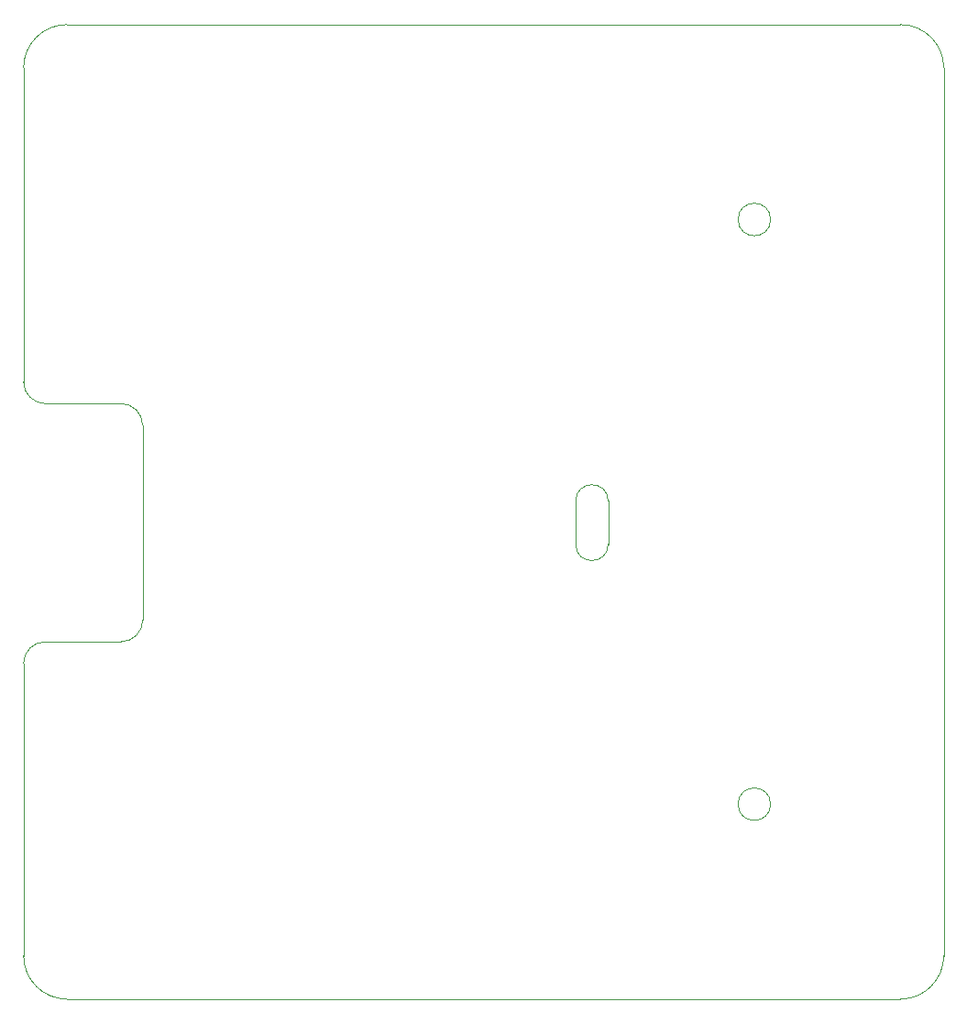
<source format=gm1>
G04 #@! TF.GenerationSoftware,KiCad,Pcbnew,(6.0.9)*
G04 #@! TF.CreationDate,2023-01-31T02:57:35+02:00*
G04 #@! TF.ProjectId,Schematics,53636865-6d61-4746-9963-732e6b696361,rev?*
G04 #@! TF.SameCoordinates,Original*
G04 #@! TF.FileFunction,Profile,NP*
%FSLAX46Y46*%
G04 Gerber Fmt 4.6, Leading zero omitted, Abs format (unit mm)*
G04 Created by KiCad (PCBNEW (6.0.9)) date 2023-01-31 02:57:35*
%MOMM*%
%LPD*%
G01*
G04 APERTURE LIST*
G04 #@! TA.AperFunction,Profile*
%ADD10C,0.100000*%
G04 #@! TD*
G04 APERTURE END LIST*
D10*
X169000000Y-132000000D02*
G75*
G03*
X169000000Y-132000000I-1500000J0D01*
G01*
X169000000Y-78000000D02*
G75*
G03*
X169000000Y-78000000I-1500000J0D01*
G01*
X104000000Y-60000000D02*
G75*
G03*
X100000000Y-64000000I0J-4000000D01*
G01*
X185000000Y-64000000D02*
G75*
G03*
X181000000Y-60000000I-4000000J0D01*
G01*
X100000000Y-93000000D02*
G75*
G03*
X102000000Y-95000000I2000000J0D01*
G01*
X151000000Y-104000000D02*
X151000000Y-108000000D01*
X154000000Y-104000000D02*
X154000000Y-108000000D01*
X185000000Y-64000000D02*
X185000000Y-146000000D01*
X111000000Y-97000000D02*
G75*
G03*
X109000000Y-95000000I-2000000J0D01*
G01*
X109000000Y-117000000D02*
G75*
G03*
X111000000Y-115000000I0J2000000D01*
G01*
X111000000Y-97000000D02*
X111000000Y-115000000D01*
X154000000Y-104000000D02*
G75*
G03*
X151000000Y-104000000I-1500000J0D01*
G01*
X100000000Y-146000000D02*
X100000000Y-119000000D01*
X102000000Y-117000000D02*
X109000000Y-117000000D01*
X181000000Y-150000000D02*
G75*
G03*
X185000000Y-146000000I0J4000000D01*
G01*
X100000000Y-64000000D02*
X100000000Y-93000000D01*
X102000000Y-95000000D02*
X109000000Y-95000000D01*
X104000000Y-60000000D02*
X181000000Y-60000000D01*
X102000000Y-117000000D02*
G75*
G03*
X100000000Y-119000000I0J-2000000D01*
G01*
X151000000Y-108000000D02*
G75*
G03*
X154000000Y-108000000I1500000J0D01*
G01*
X181000000Y-150000000D02*
X104000000Y-150000000D01*
X100000000Y-146000000D02*
G75*
G03*
X104000000Y-150000000I4000000J0D01*
G01*
M02*

</source>
